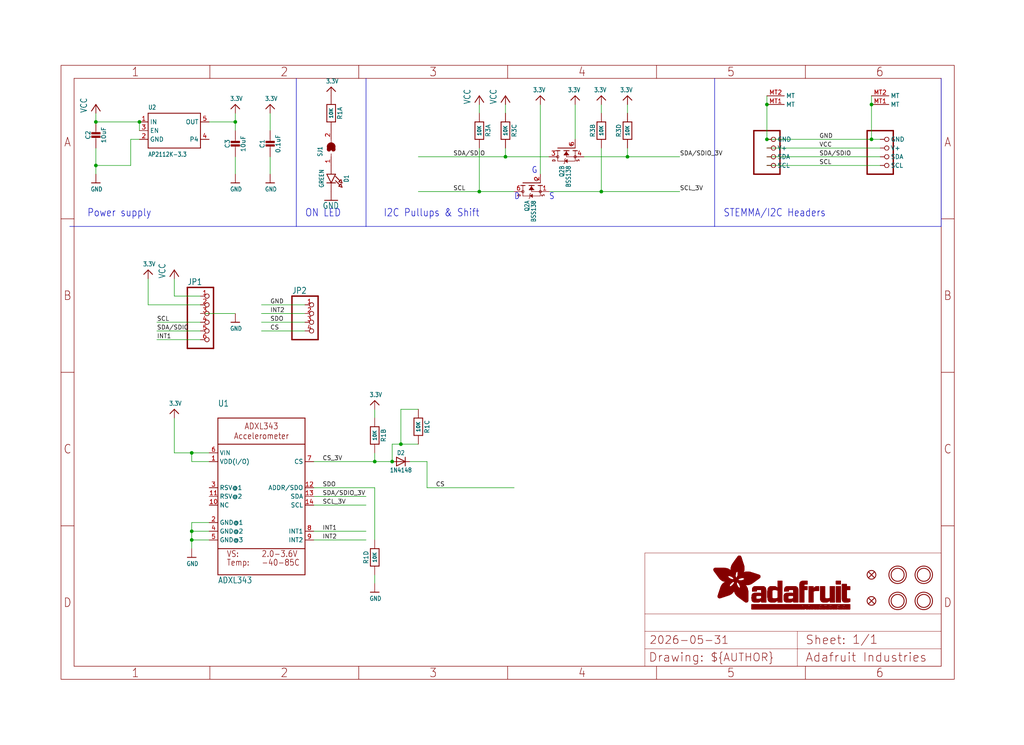
<source format=kicad_sch>
(kicad_sch (version 20230121) (generator eeschema)
  (paper "User" 298.45 217.322)
  (lib_symbols
    (symbol "working-eagle-import:3.3V" (power)
      (property "Value" "3.3V" (at -1.524 1.016 0))
      (symbol "3.3V_1_0"
        (pin power_in line (at 0 -2.54 90) (length 2.54) (name "3.3V") (number "1"))
      )
    )
    (symbol "working-eagle-import:ACCEL_ADXL343"
      (property "Reference" "U" (at -12.7 26.162 0))
      (symbol "ACCEL_ADXL343_1_0"
        (text "-40-85C" (at 0 -20.32 0) (effects (font (size 1.778 1.5113)) (justify left bottom)))
        (text "2.0-3.6V" (at 0 -17.78 0) (effects (font (size 1.778 1.5113)) (justify left bottom)))
        (text "ADXL343\nAccelerometer" (at 0 19.05 0) (effects (font (size 1.778 1.5113))))
        (text "Temp:" (at -10.16 -20.32 0) (effects (font (size 1.778 1.5113)) (justify left bottom)))
        (text "VS:" (at -10.16 -17.78 0) (effects (font (size 1.778 1.5113)) (justify left bottom)))
        (pin bidirectional line (at -15.24 10.16 0) (length 2.54) (name "VDD(I/O)") (number "1"))
        (pin bidirectional line (at -15.24 -2.54 0) (length 2.54) (name "NC") (number "10"))
        (pin bidirectional line (at -15.24 0 0) (length 2.54) (name "RSV@2") (number "11"))
        (pin bidirectional line (at 15.24 2.54 180) (length 2.54) (name "ADDR/SDO") (number "12"))
        (pin bidirectional line (at 15.24 0 180) (length 2.54) (name "SDA") (number "13"))
        (pin bidirectional line (at 15.24 -2.54 180) (length 2.54) (name "SCL") (number "14"))
        (pin bidirectional line (at -15.24 -7.62 0) (length 2.54) (name "GND@1") (number "2"))
        (pin bidirectional line (at -15.24 2.54 0) (length 2.54) (name "RSV@1") (number "3"))
        (pin bidirectional line (at -15.24 -10.16 0) (length 2.54) (name "GND@2") (number "4"))
        (pin bidirectional line (at -15.24 -12.7 0) (length 2.54) (name "GND@3") (number "5"))
        (pin bidirectional line (at -15.24 12.7 0) (length 2.54) (name "VIN") (number "6"))
        (pin bidirectional line (at 15.24 10.16 180) (length 2.54) (name "CS") (number "7"))
        (pin bidirectional line (at 15.24 -10.16 180) (length 2.54) (name "INT1") (number "8"))
        (pin bidirectional line (at 15.24 -12.7 180) (length 2.54) (name "INT2") (number "9"))
      )
    )
    (symbol "working-eagle-import:CAP_CERAMIC0603_NO"
      (property "Reference" "C" (at -2.29 1.25 90))
      (symbol "CAP_CERAMIC0603_NO_1_0"
        (pin passive line (at 0 5.08 270) (length 2.54) (name "1") (number "1"))
        (pin passive line (at 0 -2.54 90) (length 2.54) (name "2") (number "2"))
      )
    )
    (symbol "working-eagle-import:CAP_CERAMIC0805-NOOUTLINE"
      (property "Reference" "C" (at -2.29 1.25 90))
      (symbol "CAP_CERAMIC0805-NOOUTLINE_1_0"
        (pin passive line (at 0 5.08 270) (length 2.54) (name "1") (number "1"))
        (pin passive line (at 0 -2.54 90) (length 2.54) (name "2") (number "2"))
      )
    )
    (symbol "working-eagle-import:CAP_CERAMIC_0805MP"
      (property "Reference" "C" (at -2.29 1.25 90))
      (symbol "CAP_CERAMIC_0805MP_1_0"
        (pin passive line (at 0 5.08 270) (length 2.54) (name "1") (number "1"))
        (pin passive line (at 0 -2.54 90) (length 2.54) (name "2") (number "2"))
      )
    )
    (symbol "working-eagle-import:DIODESOD-323"
      (property "Reference" "D" (at 0 2.54 0))
      (symbol "DIODESOD-323_1_0"
        (pin passive line (at -2.54 0 0) (length 2.54) (name "A") (number "A"))
        (pin passive line (at 2.54 0 180) (length 2.54) (name "C") (number "C"))
      )
    )
    (symbol "working-eagle-import:FIDUCIAL_1MM")
    (symbol "working-eagle-import:FRAME_A4_ADAFRUIT"
      (symbol "FRAME_A4_ADAFRUIT_1_0"
        (text "${#}/${##}" (at 230.505 10.16 0) (effects (font (size 2.54 2.54)) (justify left bottom)))
        (text "${AUTHOR}" (at 189.23 5.08 0) (effects (font (size 2.286 2.286)) (justify left bottom)))
        (text "${CURRENT_DATE}" (at 171.45 10.16 0) (effects (font (size 2.286 2.286)) (justify left bottom)))
        (text "${PROJECTNAME}" (at 171.45 15.24 0) (effects (font (size 2.54 2.54)) (justify left bottom)))
        (text "1" (at 21.6958 1.905 0) (effects (font (size 2.54 2.286))))
        (text "1" (at 21.6958 177.165 0) (effects (font (size 2.54 2.286))))
        (text "2" (at 65.0875 1.905 0) (effects (font (size 2.54 2.286))))
        (text "2" (at 65.0875 177.165 0) (effects (font (size 2.54 2.286))))
        (text "3" (at 108.4792 1.905 0) (effects (font (size 2.54 2.286))))
        (text "3" (at 108.4792 177.165 0) (effects (font (size 2.54 2.286))))
        (text "4" (at 151.8708 1.905 0) (effects (font (size 2.54 2.286))))
        (text "4" (at 151.8708 177.165 0) (effects (font (size 2.54 2.286))))
        (text "5" (at 195.2625 1.905 0) (effects (font (size 2.54 2.286))))
        (text "5" (at 195.2625 177.165 0) (effects (font (size 2.54 2.286))))
        (text "6" (at 238.6542 1.905 0) (effects (font (size 2.54 2.286))))
        (text "6" (at 238.6542 177.165 0) (effects (font (size 2.54 2.286))))
        (text "A" (at 1.905 156.6863 0) (effects (font (size 2.54 2.286))))
        (text "A" (at 258.445 156.6863 0) (effects (font (size 2.54 2.286))))
        (text "Adafruit Industries" (at 216.916 4.953 0) (effects (font (size 2.54 2.54)) (justify left bottom)))
        (text "B" (at 1.905 111.9188 0) (effects (font (size 2.54 2.286))))
        (text "B" (at 258.445 111.9188 0) (effects (font (size 2.54 2.286))))
        (text "C" (at 1.905 67.1513 0) (effects (font (size 2.54 2.286))))
        (text "C" (at 258.445 67.1513 0) (effects (font (size 2.54 2.286))))
        (text "D" (at 1.905 22.3838 0) (effects (font (size 2.54 2.286))))
        (text "D" (at 258.445 22.3838 0) (effects (font (size 2.54 2.286))))
        (text "Drawing:" (at 171.196 4.953 0) (effects (font (size 2.54 2.54)) (justify left bottom)))
        (text "Sheet:" (at 216.916 10.033 0) (effects (font (size 2.54 2.54)) (justify left bottom)))
      )
    )
    (symbol "working-eagle-import:GND" (power)
      (property "Value" "GND" (at -1.524 -2.54 0))
      (symbol "GND_1_0"
        (pin power_in line (at 0 2.54 270) (length 2.54) (name "GND") (number "1"))
      )
    )
    (symbol "working-eagle-import:HEADER-1X4ROUND"
      (property "Reference" "JP" (at -6.35 8.255 0))
      (symbol "HEADER-1X4ROUND_1_0"
        (pin passive inverted (at -2.54 5.08 0) (length 2.54) (name "1") (number "1"))
        (pin passive inverted (at -2.54 2.54 0) (length 2.54) (name "2") (number "2"))
        (pin passive inverted (at -2.54 0 0) (length 2.54) (name "3") (number "3"))
        (pin passive inverted (at -2.54 -2.54 0) (length 2.54) (name "4") (number "4"))
      )
    )
    (symbol "working-eagle-import:HEADER-1X670MIL"
      (property "Reference" "JP" (at -6.35 10.795 0))
      (symbol "HEADER-1X670MIL_1_0"
        (pin passive inverted (at -2.54 7.62 0) (length 2.54) (name "1") (number "1"))
        (pin passive inverted (at -2.54 5.08 0) (length 2.54) (name "2") (number "2"))
        (pin passive inverted (at -2.54 2.54 0) (length 2.54) (name "3") (number "3"))
        (pin passive inverted (at -2.54 0 0) (length 2.54) (name "4") (number "4"))
        (pin passive inverted (at -2.54 -2.54 0) (length 2.54) (name "5") (number "5"))
        (pin passive inverted (at -2.54 -5.08 0) (length 2.54) (name "6") (number "6"))
      )
    )
    (symbol "working-eagle-import:LED0603_NOOUTLINE"
      (property "Reference" "D" (at -1.27 4.445 0))
      (symbol "LED0603_NOOUTLINE_1_0"
        (pin passive line (at -5.08 0 0) (length 2.54) (name "A") (number "A"))
        (pin passive line (at 2.54 0 180) (length 2.54) (name "C") (number "C"))
      )
    )
    (symbol "working-eagle-import:MOSFET-N_DUAL"
      (property "Reference" "Q" (at 5.08 0.635 0))
      (symbol "MOSFET-N_DUAL_1_0"
        (text "D" (at 3.175 3.175 0) (effects (font (size 0.8128 0.6908)) (justify left bottom)))
        (text "G" (at -1.27 -1.905 0) (effects (font (size 0.8128 0.6908)) (justify left bottom)))
        (text "S" (at 3.175 -3.81 0) (effects (font (size 0.8128 0.6908)) (justify left bottom)))
        (pin bidirectional line (at 2.54 -5.08 90) (length 2.54) (name "S") (number "1"))
        (pin bidirectional line (at -2.54 -2.54 0) (length 2.54) (name "G") (number "2"))
        (pin bidirectional line (at 2.54 5.08 270) (length 2.54) (name "D") (number "6"))
      )
      (symbol "MOSFET-N_DUAL_2_0"
        (text "D" (at 3.175 3.175 0) (effects (font (size 0.8128 0.6908)) (justify left bottom)))
        (text "G" (at -1.27 -1.905 0) (effects (font (size 0.8128 0.6908)) (justify left bottom)))
        (text "S" (at 3.175 -3.81 0) (effects (font (size 0.8128 0.6908)) (justify left bottom)))
        (pin bidirectional line (at 2.54 5.08 270) (length 2.54) (name "D") (number "3"))
        (pin bidirectional line (at 2.54 -5.08 90) (length 2.54) (name "S") (number "4"))
        (pin bidirectional line (at -2.54 -2.54 0) (length 2.54) (name "G") (number "5"))
      )
    )
    (symbol "working-eagle-import:MOUNTINGHOLE2.5")
    (symbol "working-eagle-import:RESISTOR_4PACK"
      (property "Reference" "R" (at 0 2.54 0))
      (symbol "RESISTOR_4PACK_1_0"
        (pin passive line (at -5.08 0 0) (length 2.54) (name "1") (number "1"))
        (pin passive line (at 5.08 0 180) (length 2.54) (name "2") (number "8"))
      )
      (symbol "RESISTOR_4PACK_2_0"
        (pin passive line (at -5.08 0 0) (length 2.54) (name "1") (number "2"))
        (pin passive line (at 5.08 0 180) (length 2.54) (name "2") (number "7"))
      )
      (symbol "RESISTOR_4PACK_3_0"
        (pin passive line (at -5.08 0 0) (length 2.54) (name "1") (number "3"))
        (pin passive line (at 5.08 0 180) (length 2.54) (name "2") (number "6"))
      )
      (symbol "RESISTOR_4PACK_4_0"
        (pin passive line (at -5.08 0 0) (length 2.54) (name "1") (number "4"))
        (pin passive line (at 5.08 0 180) (length 2.54) (name "2") (number "5"))
      )
    )
    (symbol "working-eagle-import:SOLDERJUMPERCLOSED"
      (property "Reference" "SJ" (at -2.54 2.54 0))
      (symbol "SOLDERJUMPERCLOSED_1_0"
        (pin passive line (at -5.08 0 0) (length 2.54) (name "1") (number "1"))
        (pin passive line (at 5.08 0 180) (length 2.54) (name "2") (number "2"))
      )
    )
    (symbol "working-eagle-import:STEMMA_I2C_QT"
      (symbol "STEMMA_I2C_QT_1_0"
        (pin passive inverted (at 0 5.08 0) (length 2.54) (name "GND") (number "1"))
        (pin passive inverted (at 0 2.54 0) (length 2.54) (name "V+") (number "2"))
        (pin passive inverted (at 0 0 0) (length 2.54) (name "SDA") (number "3"))
        (pin passive inverted (at 0 -2.54 0) (length 2.54) (name "SCL") (number "4"))
      )
      (symbol "STEMMA_I2C_QT_2_0"
        (pin bidirectional line (at 0 0 0) (length 5.08) (name "MT") (number "MT1"))
      )
      (symbol "STEMMA_I2C_QT_3_0"
        (pin bidirectional line (at 0 0 0) (length 5.08) (name "MT") (number "MT2"))
      )
    )
    (symbol "working-eagle-import:VCC" (power)
      (property "Value" "VCC" (at -2.54 -2.54 90))
      (symbol "VCC_1_0"
        (pin power_in line (at 0 -2.54 90) (length 2.54) (name "VCC") (number "1"))
      )
    )
    (symbol "working-eagle-import:VREG_SOT23-5"
      (property "Reference" "U" (at -7.62 6.096 0))
      (symbol "VREG_SOT23-5_1_0"
        (pin power_in line (at -10.16 2.54 0) (length 2.54) (name "IN") (number "1"))
        (pin power_in line (at -10.16 -2.54 0) (length 2.54) (name "GND") (number "2"))
        (pin input line (at -10.16 0 0) (length 2.54) (name "EN") (number "3"))
        (pin bidirectional line (at 10.16 -2.54 180) (length 2.54) (name "P4") (number "4"))
        (pin power_in line (at 10.16 2.54 180) (length 2.54) (name "OUT") (number "5"))
      )
    )
    (symbol "working-eagle-import:adafruit_power_3.3V" (power)
      (property "Value" "adafruit_power_3.3V" (at -1.524 1.016 0))
      (symbol "adafruit_power_3.3V_1_0"
        (pin power_in line (at 0 -2.54 90) (length 2.54) (name "3.3V") (number "1"))
      )
    )
    (symbol "working-eagle-import:supply1_GND" (power)
      (property "Value" "supply1_GND" (at -2.54 -2.54 0))
      (symbol "supply1_GND_1_0"
        (pin power_in line (at 0 2.54 270) (length 2.54) (name "GND") (number "1"))
      )
    )
  )
  (junction (at 254 40.64))
  (junction (at 223.52 30.48))
  (junction (at 147.32 45.72))
  (junction (at 27.94 35.56))
  (junction (at 175.26 55.88))
  (junction (at 55.88 132.08))
  (junction (at 68.58 35.56))
  (junction (at 40.64 35.56))
  (junction (at 109.22 134.62))
  (junction (at 139.7 55.88))
  (junction (at 55.88 157.48))
  (junction (at 254 30.48))
  (junction (at 223.52 40.64))
  (junction (at 182.88 45.72))
  (junction (at 55.88 154.94))
  (junction (at 114.3 134.62))
  (junction (at 116.84 129.54))
  (junction (at 27.94 48.26))
  (wire (pts (xy 256.54 45.72) (xy 223.52 45.72)) (stroke (width 0.1524)))
  (wire (pts (xy 114.3 129.54) (xy 116.84 129.54)) (stroke (width 0.1524)))
  (wire (pts (xy 157.48 50.8) (xy 157.48 30.48)) (stroke (width 0.1524)))
  (wire (pts (xy 40.64 38.1) (xy 40.64 35.56)) (stroke (width 0.1524)))
  (wire (pts (xy 40.64 35.56) (xy 27.94 35.56)) (stroke (width 0.1524)))
  (wire (pts (xy 27.94 33.02) (xy 27.94 35.56)) (stroke (width 0.1524)))
  (wire (pts (xy 160.02 55.88) (xy 175.26 55.88)) (stroke (width 0.1524)))
  (wire (pts (xy 88.9 96.52) (xy 76.2 96.52)) (stroke (width 0.1524)))
  (wire (pts (xy 147.32 45.72) (xy 121.92 45.72)) (stroke (width 0.1524)))
  (wire (pts (xy 175.26 33.02) (xy 175.26 30.48)) (stroke (width 0.1524)))
  (wire (pts (xy 55.88 157.48) (xy 55.88 160.02)) (stroke (width 0.1524)))
  (polyline (pts (xy 208.28 22.86) (xy 208.28 66.04)) (stroke (width 0.1524) (type solid)))
  (wire (pts (xy 68.58 45.72) (xy 68.58 50.8)) (stroke (width 0.1524)))
  (wire (pts (xy 147.32 43.18) (xy 147.32 45.72)) (stroke (width 0.1524)))
  (wire (pts (xy 27.94 48.26) (xy 27.94 50.8)) (stroke (width 0.1524)))
  (wire (pts (xy 50.8 86.36) (xy 50.8 81.28)) (stroke (width 0.1524)))
  (wire (pts (xy 124.46 134.62) (xy 124.46 142.24)) (stroke (width 0.1524)))
  (wire (pts (xy 91.44 154.94) (xy 106.68 154.94)) (stroke (width 0.1524)))
  (wire (pts (xy 175.26 43.18) (xy 175.26 55.88)) (stroke (width 0.1524)))
  (wire (pts (xy 116.84 129.54) (xy 121.92 129.54)) (stroke (width 0.1524)))
  (wire (pts (xy 58.42 86.36) (xy 50.8 86.36)) (stroke (width 0.1524)))
  (wire (pts (xy 76.2 91.44) (xy 88.9 91.44)) (stroke (width 0.1524)))
  (wire (pts (xy 182.88 43.18) (xy 182.88 45.72)) (stroke (width 0.1524)))
  (wire (pts (xy 38.1 40.64) (xy 38.1 48.26)) (stroke (width 0.1524)))
  (wire (pts (xy 60.96 154.94) (xy 55.88 154.94)) (stroke (width 0.1524)))
  (wire (pts (xy 55.88 134.62) (xy 55.88 132.08)) (stroke (width 0.1524)))
  (wire (pts (xy 68.58 35.56) (xy 68.58 38.1)) (stroke (width 0.1524)))
  (wire (pts (xy 254 30.48) (xy 254 40.64)) (stroke (width 0.1524)))
  (wire (pts (xy 55.88 152.4) (xy 55.88 154.94)) (stroke (width 0.1524)))
  (polyline (pts (xy 106.68 22.86) (xy 106.68 66.04)) (stroke (width 0.1524) (type solid)))
  (wire (pts (xy 124.46 134.62) (xy 119.38 134.62)) (stroke (width 0.1524)))
  (wire (pts (xy 78.74 33.02) (xy 78.74 38.1)) (stroke (width 0.1524)))
  (wire (pts (xy 139.7 55.88) (xy 121.92 55.88)) (stroke (width 0.1524)))
  (wire (pts (xy 50.8 132.08) (xy 50.8 121.92)) (stroke (width 0.1524)))
  (wire (pts (xy 43.18 88.9) (xy 43.18 81.28)) (stroke (width 0.1524)))
  (wire (pts (xy 223.52 27.94) (xy 223.52 30.48)) (stroke (width 0.1524)))
  (wire (pts (xy 60.96 152.4) (xy 55.88 152.4)) (stroke (width 0.1524)))
  (wire (pts (xy 149.86 55.88) (xy 139.7 55.88)) (stroke (width 0.1524)))
  (wire (pts (xy 223.52 48.26) (xy 256.54 48.26)) (stroke (width 0.1524)))
  (wire (pts (xy 88.9 88.9) (xy 76.2 88.9)) (stroke (width 0.1524)))
  (wire (pts (xy 139.7 30.48) (xy 139.7 33.02)) (stroke (width 0.1524)))
  (polyline (pts (xy 274.32 22.86) (xy 274.32 66.04)) (stroke (width 0.1524) (type solid)))
  (wire (pts (xy 58.42 99.06) (xy 45.72 99.06)) (stroke (width 0.1524)))
  (wire (pts (xy 182.88 33.02) (xy 182.88 30.48)) (stroke (width 0.1524)))
  (polyline (pts (xy 86.36 22.86) (xy 86.36 66.04)) (stroke (width 0.1524) (type solid)))
  (wire (pts (xy 55.88 154.94) (xy 55.88 157.48)) (stroke (width 0.1524)))
  (wire (pts (xy 254 27.94) (xy 254 30.48)) (stroke (width 0.1524)))
  (polyline (pts (xy 208.28 66.04) (xy 274.32 66.04)) (stroke (width 0.1524) (type solid)))
  (polyline (pts (xy 86.36 66.04) (xy 106.68 66.04)) (stroke (width 0.1524) (type solid)))
  (polyline (pts (xy 106.68 66.04) (xy 208.28 66.04)) (stroke (width 0.1524) (type solid)))
  (wire (pts (xy 91.44 157.48) (xy 106.68 157.48)) (stroke (width 0.1524)))
  (wire (pts (xy 58.42 93.98) (xy 45.72 93.98)) (stroke (width 0.1524)))
  (wire (pts (xy 116.84 119.38) (xy 116.84 129.54)) (stroke (width 0.1524)))
  (wire (pts (xy 109.22 134.62) (xy 114.3 134.62)) (stroke (width 0.1524)))
  (polyline (pts (xy 20.32 66.04) (xy 86.36 66.04)) (stroke (width 0.1524) (type solid)))
  (wire (pts (xy 223.52 43.18) (xy 256.54 43.18)) (stroke (width 0.1524)))
  (wire (pts (xy 60.96 134.62) (xy 55.88 134.62)) (stroke (width 0.1524)))
  (wire (pts (xy 55.88 132.08) (xy 60.96 132.08)) (stroke (width 0.1524)))
  (wire (pts (xy 109.22 134.62) (xy 91.44 134.62)) (stroke (width 0.1524)))
  (wire (pts (xy 58.42 88.9) (xy 43.18 88.9)) (stroke (width 0.1524)))
  (wire (pts (xy 182.88 45.72) (xy 198.12 45.72)) (stroke (width 0.1524)))
  (wire (pts (xy 121.92 119.38) (xy 116.84 119.38)) (stroke (width 0.1524)))
  (wire (pts (xy 60.96 35.56) (xy 68.58 35.56)) (stroke (width 0.1524)))
  (wire (pts (xy 254 40.64) (xy 223.52 40.64)) (stroke (width 0.1524)))
  (wire (pts (xy 91.44 147.32) (xy 106.68 147.32)) (stroke (width 0.1524)))
  (wire (pts (xy 114.3 134.62) (xy 114.3 129.54)) (stroke (width 0.1524)))
  (wire (pts (xy 91.44 142.24) (xy 109.22 142.24)) (stroke (width 0.1524)))
  (wire (pts (xy 109.22 142.24) (xy 109.22 157.48)) (stroke (width 0.1524)))
  (wire (pts (xy 40.64 40.64) (xy 38.1 40.64)) (stroke (width 0.1524)))
  (wire (pts (xy 27.94 48.26) (xy 27.94 43.18)) (stroke (width 0.1524)))
  (wire (pts (xy 38.1 48.26) (xy 27.94 48.26)) (stroke (width 0.1524)))
  (wire (pts (xy 88.9 93.98) (xy 76.2 93.98)) (stroke (width 0.1524)))
  (wire (pts (xy 175.26 55.88) (xy 198.12 55.88)) (stroke (width 0.1524)))
  (wire (pts (xy 68.58 35.56) (xy 68.58 33.02)) (stroke (width 0.1524)))
  (wire (pts (xy 147.32 33.02) (xy 147.32 30.48)) (stroke (width 0.1524)))
  (wire (pts (xy 223.52 30.48) (xy 223.52 40.64)) (stroke (width 0.1524)))
  (wire (pts (xy 167.64 40.64) (xy 167.64 30.48)) (stroke (width 0.1524)))
  (wire (pts (xy 109.22 119.38) (xy 109.22 121.92)) (stroke (width 0.1524)))
  (wire (pts (xy 60.96 157.48) (xy 55.88 157.48)) (stroke (width 0.1524)))
  (wire (pts (xy 139.7 43.18) (xy 139.7 55.88)) (stroke (width 0.1524)))
  (wire (pts (xy 109.22 167.64) (xy 109.22 170.18)) (stroke (width 0.1524)))
  (wire (pts (xy 170.18 45.72) (xy 182.88 45.72)) (stroke (width 0.1524)))
  (wire (pts (xy 58.42 96.52) (xy 45.72 96.52)) (stroke (width 0.1524)))
  (wire (pts (xy 109.22 134.62) (xy 109.22 132.08)) (stroke (width 0.1524)))
  (wire (pts (xy 78.74 45.72) (xy 78.74 50.8)) (stroke (width 0.1524)))
  (wire (pts (xy 58.42 91.44) (xy 68.58 91.44)) (stroke (width 0.1524)))
  (wire (pts (xy 124.46 142.24) (xy 149.86 142.24)) (stroke (width 0.1524)))
  (wire (pts (xy 50.8 132.08) (xy 55.88 132.08)) (stroke (width 0.1524)))
  (wire (pts (xy 256.54 40.64) (xy 254 40.64)) (stroke (width 0.1524)))
  (wire (pts (xy 160.02 45.72) (xy 147.32 45.72)) (stroke (width 0.1524)))
  (wire (pts (xy 91.44 144.78) (xy 106.68 144.78)) (stroke (width 0.1524)))
  (text "STEMMA/I2C Headers" (at 210.82 63.5 0) (effects (font (size 2.1844 1.8567)) (justify left bottom)))
  (text "I2C Pullups & Shift" (at 111.76 63.5 0) (effects (font (size 2.1844 1.8567)) (justify left bottom)))
  (text "S" (at 160.02 58.42 0) (effects (font (size 1.778 1.5113)) (justify left bottom)))
  (text "G" (at 154.94 50.8 0) (effects (font (size 1.778 1.5113)) (justify left bottom)))
  (text "D" (at 149.86 58.42 0) (effects (font (size 1.778 1.5113)) (justify left bottom)))
  (text "ON LED" (at 88.9 63.5 0) (effects (font (size 2.1844 1.8567)) (justify left bottom)))
  (text "Power supply" (at 25.4 63.5 0) (effects (font (size 2.1844 1.8567)) (justify left bottom)))
  (label "SCL" (at 132.08 55.88 0) (effects (font (size 1.2446 1.2446))))
  (label "INT1" (at 93.98 154.94 0) (effects (font (size 1.2446 1.2446))))
  (label "INT1" (at 45.72 99.06 0) (effects (font (size 1.2446 1.2446))))
  (label "SCL_3V" (at 93.98 147.32 0) (effects (font (size 1.2446 1.2446))))
  (label "CS_3V" (at 93.98 134.62 0) (effects (font (size 1.2446 1.2446))))
  (label "SDO" (at 78.74 93.98 0) (effects (font (size 1.2446 1.2446))))
  (label "CS" (at 78.74 96.52 0) (effects (font (size 1.2446 1.2446))))
  (label "INT2" (at 93.98 157.48 0) (effects (font (size 1.2446 1.2446))))
  (label "CS" (at 127 142.24 0) (effects (font (size 1.2446 1.2446))))
  (label "SDA/SDIO" (at 45.72 96.52 0) (effects (font (size 1.2446 1.2446))))
  (label "SDA/SDIO" (at 238.76 45.72 0) (effects (font (size 1.2446 1.2446))))
  (label "SDA/SDIO_3V" (at 93.98 144.78 0) (effects (font (size 1.2446 1.2446))))
  (label "SCL" (at 45.72 93.98 0) (effects (font (size 1.2446 1.2446))))
  (label "GND" (at 78.74 88.9 0) (effects (font (size 1.2446 1.2446))))
  (label "GND" (at 238.76 40.64 0) (effects (font (size 1.2446 1.2446))))
  (label "SDO" (at 93.98 142.24 0) (effects (font (size 1.2446 1.2446))))
  (label "INT2" (at 78.74 91.44 0) (effects (font (size 1.2446 1.2446))))
  (label "SCL_3V" (at 198.12 55.88 0) (effects (font (size 1.2446 1.2446))))
  (label "VCC" (at 238.76 43.18 0) (effects (font (size 1.2446 1.2446))))
  (label "SDA/SDIO_3V" (at 198.12 45.72 0) (effects (font (size 1.2446 1.2446))))
  (label "SCL" (at 238.76 48.26 0) (effects (font (size 1.2446 1.2446))))
  (label "SDA/SDIO" (at 132.08 45.72 0) (effects (font (size 1.2446 1.2446))))
  (symbol (lib_id "working-eagle-import:RESISTOR_4PACK") (at 175.26 38.1 90) (mirror x) (unit 2)
    (property "Reference" "R3" (at 172.72 38.1 0))
    (property "Value" "10K" (at 175.26 38.1 0) (effects (font (size 1.016 1.016) bold)))
    (property "Footprint" "working:RESPACK_4X0603" (effects hide))
  )
  (symbol (lib_id "working-eagle-import:RESISTOR_4PACK") (at 139.7 38.1 270) (unit 1)
    (property "Reference" "R3" (at 142.24 38.1 0))
    (property "Value" "10K" (at 139.7 38.1 0) (effects (font (size 1.016 1.016) bold)))
    (property "Footprint" "working:RESPACK_4X0603" (effects hide))
  )
  (symbol (lib_id "working-eagle-import:STEMMA_I2C_QT") (at 223.52 27.94 0) (unit 3)
    (property "Reference" "CONN3" (effects hide))
    (property "Value" "STEMMA_I2C_QT" (effects hide))
    (property "Footprint" "working:JST_SH4" (effects hide))
  )
  (symbol (lib_id "working-eagle-import:GND") (at 68.58 53.34 0) (unit 1)
    (property "Reference" "#U$5" (effects hide))
    (property "Value" "GND" (at 67.056 55.88 0) (effects (font (size 1.27 1.0795)) (justify left bottom)))
  )
  (symbol (lib_id "working-eagle-import:CAP_CERAMIC0603_NO") (at 78.74 43.18 0) (unit 1)
    (property "Reference" "C1" (at 76.45 41.93 90))
    (property "Value" "0.1uF" (at 81.04 41.93 90))
    (property "Footprint" "working:0603-NO" (effects hide))
  )
  (symbol (lib_id "working-eagle-import:adafruit_power_3.3V") (at 43.18 78.74 0) (unit 1)
    (property "Reference" "#U$16" (effects hide))
    (property "Value" "3.3V" (at 41.656 77.724 0) (effects (font (size 1.27 1.0795)) (justify left bottom)))
  )
  (symbol (lib_id "working-eagle-import:MOUNTINGHOLE2.5") (at 261.62 167.64 0) (unit 1)
    (property "Reference" "U$17" (effects hide))
    (property "Value" "MOUNTINGHOLE2.5" (effects hide))
    (property "Footprint" "working:MOUNTINGHOLE_2.5_PLATED" (effects hide))
  )
  (symbol (lib_id "working-eagle-import:RESISTOR_4PACK") (at 96.52 33.02 270) (unit 1)
    (property "Reference" "R1" (at 99.06 33.02 0))
    (property "Value" "10K" (at 96.52 33.02 0) (effects (font (size 1.016 1.016) bold)))
    (property "Footprint" "working:RESPACK_4X0603" (effects hide))
  )
  (symbol (lib_id "working-eagle-import:SOLDERJUMPERCLOSED") (at 96.52 43.18 90) (unit 1)
    (property "Reference" "SJ1" (at 93.98 45.72 0) (effects (font (size 1.27 1.0795)) (justify left bottom)))
    (property "Value" "SOLDERJUMPERCLOSED" (effects hide))
    (property "Footprint" "working:SOLDERJUMPER_CLOSEDWIRE" (effects hide))
  )
  (symbol (lib_id "working-eagle-import:VCC") (at 50.8 78.74 0) (unit 1)
    (property "Reference" "#P+4" (effects hide))
    (property "Value" "VCC" (at 48.26 81.28 90) (effects (font (size 1.778 1.5113)) (justify left bottom)))
  )
  (symbol (lib_id "working-eagle-import:GND") (at 27.94 53.34 0) (unit 1)
    (property "Reference" "#U$13" (effects hide))
    (property "Value" "GND" (at 26.416 55.88 0) (effects (font (size 1.27 1.0795)) (justify left bottom)))
  )
  (symbol (lib_id "working-eagle-import:adafruit_power_3.3V") (at 157.48 27.94 0) (mirror y) (unit 1)
    (property "Reference" "#U$26" (effects hide))
    (property "Value" "3.3V" (at 159.004 26.924 0) (effects (font (size 1.27 1.0795)) (justify left bottom)))
  )
  (symbol (lib_id "working-eagle-import:FIDUCIAL_1MM") (at 254 175.26 0) (unit 1)
    (property "Reference" "FID3" (effects hide))
    (property "Value" "FIDUCIAL_1MM" (effects hide))
    (property "Footprint" "working:FIDUCIAL_1MM" (effects hide))
  )
  (symbol (lib_id "working-eagle-import:MOSFET-N_DUAL") (at 165.1 43.18 90) (mirror x) (unit 2)
    (property "Reference" "Q2" (at 164.465 48.26 0) (effects (font (size 1.27 1.0795)) (justify left bottom)))
    (property "Value" "BSS138" (at 166.37 48.26 0) (effects (font (size 1.27 1.0795)) (justify left bottom)))
    (property "Footprint" "working:SOT363" (effects hide))
  )
  (symbol (lib_id "working-eagle-import:CAP_CERAMIC_0805MP") (at 27.94 40.64 0) (unit 1)
    (property "Reference" "C2" (at 25.65 39.39 90))
    (property "Value" "10uF" (at 30.24 39.39 90))
    (property "Footprint" "working:_0805MP" (effects hide))
  )
  (symbol (lib_id "working-eagle-import:3.3V") (at 109.22 116.84 0) (unit 1)
    (property "Reference" "#U$12" (effects hide))
    (property "Value" "3.3V" (at 107.696 115.824 0) (effects (font (size 1.27 1.0795)) (justify left bottom)))
  )
  (symbol (lib_id "working-eagle-import:STEMMA_I2C_QT") (at 223.52 30.48 0) (unit 2)
    (property "Reference" "CONN3" (effects hide))
    (property "Value" "STEMMA_I2C_QT" (effects hide))
    (property "Footprint" "working:JST_SH4" (effects hide))
  )
  (symbol (lib_id "working-eagle-import:STEMMA_I2C_QT") (at 254 27.94 0) (unit 3)
    (property "Reference" "CONN4" (effects hide))
    (property "Value" "STEMMA_I2C_QT" (effects hide))
    (property "Footprint" "working:JST_SH4" (effects hide))
  )
  (symbol (lib_id "working-eagle-import:GND") (at 78.74 53.34 0) (unit 1)
    (property "Reference" "#U$6" (effects hide))
    (property "Value" "GND" (at 77.216 55.88 0) (effects (font (size 1.27 1.0795)) (justify left bottom)))
  )
  (symbol (lib_id "working-eagle-import:3.3V") (at 50.8 119.38 0) (unit 1)
    (property "Reference" "#U$9" (effects hide))
    (property "Value" "3.3V" (at 49.276 118.364 0) (effects (font (size 1.27 1.0795)) (justify left bottom)))
  )
  (symbol (lib_id "working-eagle-import:STEMMA_I2C_QT") (at 254 30.48 0) (unit 2)
    (property "Reference" "CONN4" (effects hide))
    (property "Value" "STEMMA_I2C_QT" (effects hide))
    (property "Footprint" "working:JST_SH4" (effects hide))
  )
  (symbol (lib_id "working-eagle-import:GND") (at 55.88 162.56 0) (unit 1)
    (property "Reference" "#U$2" (effects hide))
    (property "Value" "GND" (at 54.356 165.1 0) (effects (font (size 1.27 1.0795)) (justify left bottom)))
  )
  (symbol (lib_id "working-eagle-import:adafruit_power_3.3V") (at 175.26 27.94 0) (mirror y) (unit 1)
    (property "Reference" "#U$24" (effects hide))
    (property "Value" "3.3V" (at 176.784 26.924 0) (effects (font (size 1.27 1.0795)) (justify left bottom)))
  )
  (symbol (lib_id "working-eagle-import:ACCEL_ADXL343") (at 76.2 144.78 0) (unit 1)
    (property "Reference" "U1" (at 63.5 118.618 0) (effects (font (size 1.778 1.5113)) (justify left bottom)))
    (property "Value" "ADXL343" (at 63.5 170.18 0) (effects (font (size 1.778 1.5113)) (justify left bottom)))
    (property "Footprint" "working:LGA14" (effects hide))
  )
  (symbol (lib_id "working-eagle-import:MOSFET-N_DUAL") (at 154.94 53.34 90) (mirror x) (unit 1)
    (property "Reference" "Q2" (at 154.305 58.42 0) (effects (font (size 1.27 1.0795)) (justify left bottom)))
    (property "Value" "BSS138" (at 156.21 58.42 0) (effects (font (size 1.27 1.0795)) (justify left bottom)))
    (property "Footprint" "working:SOT363" (effects hide))
  )
  (symbol (lib_id "working-eagle-import:MOUNTINGHOLE2.5") (at 269.24 175.26 0) (unit 1)
    (property "Reference" "U$21" (effects hide))
    (property "Value" "MOUNTINGHOLE2.5" (effects hide))
    (property "Footprint" "working:MOUNTINGHOLE_2.5_PLATED" (effects hide))
  )
  (symbol (lib_id "working-eagle-import:RESISTOR_4PACK") (at 109.22 127 270) (unit 2)
    (property "Reference" "R1" (at 111.76 127 0))
    (property "Value" "10K" (at 109.22 127 0) (effects (font (size 1.016 1.016) bold)))
    (property "Footprint" "working:RESPACK_4X0603" (effects hide))
  )
  (symbol (lib_id "working-eagle-import:GND") (at 109.22 172.72 0) (unit 1)
    (property "Reference" "#U$8" (effects hide))
    (property "Value" "GND" (at 107.696 175.26 0) (effects (font (size 1.27 1.0795)) (justify left bottom)))
  )
  (symbol (lib_id "working-eagle-import:VCC") (at 147.32 27.94 0) (unit 1)
    (property "Reference" "#P+2" (effects hide))
    (property "Value" "VCC" (at 144.78 30.48 90) (effects (font (size 1.778 1.5113)) (justify left bottom)))
  )
  (symbol (lib_id "working-eagle-import:LED0603_NOOUTLINE") (at 96.52 53.34 270) (unit 1)
    (property "Reference" "D1" (at 100.965 52.07 0) (effects (font (size 1.27 1.0795))))
    (property "Value" "GREEN" (at 93.726 52.07 0) (effects (font (size 1.27 1.0795))))
    (property "Footprint" "working:CHIPLED_0603_NOOUTLINE" (effects hide))
  )
  (symbol (lib_id "working-eagle-import:adafruit_power_3.3V") (at 96.52 25.4 0) (unit 1)
    (property "Reference" "#U$3" (effects hide))
    (property "Value" "3.3V" (at 94.996 24.384 0) (effects (font (size 1.27 1.0795)) (justify left bottom)))
  )
  (symbol (lib_id "working-eagle-import:GND") (at 68.58 93.98 0) (unit 1)
    (property "Reference" "#U$10" (effects hide))
    (property "Value" "GND" (at 67.056 96.52 0) (effects (font (size 1.27 1.0795)) (justify left bottom)))
  )
  (symbol (lib_id "working-eagle-import:MOUNTINGHOLE2.5") (at 261.62 175.26 0) (unit 1)
    (property "Reference" "U$1" (effects hide))
    (property "Value" "MOUNTINGHOLE2.5" (effects hide))
    (property "Footprint" "working:MOUNTINGHOLE_2.5_PLATED" (effects hide))
  )
  (symbol (lib_id "working-eagle-import:MOUNTINGHOLE2.5") (at 269.24 167.64 0) (unit 1)
    (property "Reference" "U$19" (effects hide))
    (property "Value" "MOUNTINGHOLE2.5" (effects hide))
    (property "Footprint" "working:MOUNTINGHOLE_2.5_PLATED" (effects hide))
  )
  (symbol (lib_id "working-eagle-import:HEADER-1X4ROUND") (at 91.44 93.98 0) (unit 1)
    (property "Reference" "JP2" (at 85.09 85.725 0) (effects (font (size 1.778 1.5113)) (justify left bottom)))
    (property "Value" "HEADER-1X4ROUND" (effects hide))
    (property "Footprint" "working:1X04_ROUND" (effects hide))
  )
  (symbol (lib_id "working-eagle-import:VCC") (at 27.94 30.48 0) (unit 1)
    (property "Reference" "#P+3" (effects hide))
    (property "Value" "VCC" (at 25.4 33.02 90) (effects (font (size 1.778 1.5113)) (justify left bottom)))
  )
  (symbol (lib_id "working-eagle-import:HEADER-1X670MIL") (at 60.96 93.98 0) (unit 1)
    (property "Reference" "JP1" (at 54.61 83.185 0) (effects (font (size 1.778 1.5113)) (justify left bottom)))
    (property "Value" "HEADER-1X670MIL" (effects hide))
    (property "Footprint" "working:1X06_ROUND_70" (effects hide))
  )
  (symbol (lib_id "working-eagle-import:adafruit_power_3.3V") (at 78.74 30.48 0) (unit 1)
    (property "Reference" "#U$14" (effects hide))
    (property "Value" "3.3V" (at 77.216 29.464 0) (effects (font (size 1.27 1.0795)) (justify left bottom)))
  )
  (symbol (lib_id "working-eagle-import:CAP_CERAMIC0805-NOOUTLINE") (at 68.58 43.18 0) (unit 1)
    (property "Reference" "C3" (at 66.29 41.93 90))
    (property "Value" "10uF" (at 70.88 41.93 90))
    (property "Footprint" "working:0805-NO" (effects hide))
  )
  (symbol (lib_id "working-eagle-import:RESISTOR_4PACK") (at 182.88 38.1 90) (mirror x) (unit 4)
    (property "Reference" "R3" (at 180.34 38.1 0))
    (property "Value" "10K" (at 182.88 38.1 0) (effects (font (size 1.016 1.016) bold)))
    (property "Footprint" "working:RESPACK_4X0603" (effects hide))
  )
  (symbol (lib_id "working-eagle-import:STEMMA_I2C_QT") (at 256.54 45.72 0) (unit 1)
    (property "Reference" "CONN4" (effects hide))
    (property "Value" "STEMMA_I2C_QT" (effects hide))
    (property "Footprint" "working:JST_SH4" (effects hide))
  )
  (symbol (lib_id "working-eagle-import:adafruit_power_3.3V") (at 68.58 30.48 0) (unit 1)
    (property "Reference" "#U$15" (effects hide))
    (property "Value" "3.3V" (at 67.056 29.464 0) (effects (font (size 1.27 1.0795)) (justify left bottom)))
  )
  (symbol (lib_id "working-eagle-import:adafruit_power_3.3V") (at 167.64 27.94 0) (mirror y) (unit 1)
    (property "Reference" "#U$23" (effects hide))
    (property "Value" "3.3V" (at 169.164 26.924 0) (effects (font (size 1.27 1.0795)) (justify left bottom)))
  )
  (symbol (lib_id "working-eagle-import:RESISTOR_4PACK") (at 121.92 124.46 270) (unit 3)
    (property "Reference" "R1" (at 124.46 124.46 0))
    (property "Value" "10K" (at 121.92 124.46 0) (effects (font (size 1.016 1.016) bold)))
    (property "Footprint" "working:RESPACK_4X0603" (effects hide))
  )
  (symbol (lib_id "working-eagle-import:FRAME_A4_ADAFRUIT") (at 17.78 198.12 0) (unit 1)
    (property "Reference" "#U$18" (effects hide))
    (property "Value" "FRAME_A4_ADAFRUIT" (effects hide))
  )
  (symbol (lib_id "working-eagle-import:adafruit_power_3.3V") (at 182.88 27.94 0) (mirror y) (unit 1)
    (property "Reference" "#U$7" (effects hide))
    (property "Value" "3.3V" (at 184.404 26.924 0) (effects (font (size 1.27 1.0795)) (justify left bottom)))
  )
  (symbol (lib_id "working-eagle-import:RESISTOR_4PACK") (at 109.22 162.56 90) (unit 4)
    (property "Reference" "R1" (at 106.68 162.56 0))
    (property "Value" "10K" (at 109.22 162.56 0) (effects (font (size 1.016 1.016) bold)))
    (property "Footprint" "working:RESPACK_4X0603" (effects hide))
  )
  (symbol (lib_id "working-eagle-import:supply1_GND") (at 96.52 58.42 0) (unit 1)
    (property "Reference" "#GND6" (effects hide))
    (property "Value" "GND" (at 93.98 60.96 0) (effects (font (size 1.778 1.5113)) (justify left bottom)))
  )
  (symbol (lib_id "working-eagle-import:VCC") (at 139.7 27.94 0) (unit 1)
    (property "Reference" "#P+1" (effects hide))
    (property "Value" "VCC" (at 137.16 30.48 90) (effects (font (size 1.778 1.5113)) (justify left bottom)))
  )
  (symbol (lib_id "working-eagle-import:FIDUCIAL_1MM") (at 254 167.64 0) (unit 1)
    (property "Reference" "FID4" (effects hide))
    (property "Value" "FIDUCIAL_1MM" (effects hide))
    (property "Footprint" "working:FIDUCIAL_1MM" (effects hide))
  )
  (symbol (lib_id "working-eagle-import:VREG_SOT23-5") (at 50.8 38.1 0) (unit 1)
    (property "Reference" "U2" (at 43.18 32.004 0) (effects (font (size 1.27 1.0795)) (justify left bottom)))
    (property "Value" "AP2112K-3.3" (at 43.18 45.72 0) (effects (font (size 1.27 1.0795)) (justify left bottom)))
    (property "Footprint" "working:SOT23-5" (effects hide))
  )
  (symbol (lib_id "working-eagle-import:DIODESOD-323") (at 116.84 134.62 0) (unit 1)
    (property "Reference" "D2" (at 116.84 132.08 0) (effects (font (size 1.27 1.0795))))
    (property "Value" "1N4148" (at 116.84 137.12 0) (effects (font (size 1.27 1.0795))))
    (property "Footprint" "working:SOD-323" (effects hide))
  )
  (symbol (lib_id "working-eagle-import:STEMMA_I2C_QT") (at 223.52 45.72 0) (unit 1)
    (property "Reference" "CONN3" (effects hide))
    (property "Value" "STEMMA_I2C_QT" (effects hide))
    (property "Footprint" "working:JST_SH4" (effects hide))
  )
  (symbol (lib_id "working-eagle-import:RESISTOR_4PACK") (at 147.32 38.1 270) (unit 3)
    (property "Reference" "R3" (at 149.86 38.1 0))
    (property "Value" "10K" (at 147.32 38.1 0) (effects (font (size 1.016 1.016) bold)))
    (property "Footprint" "working:RESPACK_4X0603" (effects hide))
  )
)
</source>
